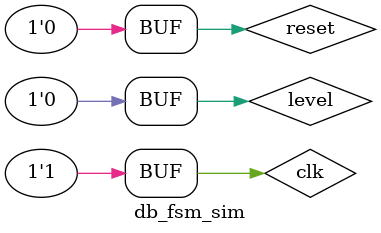
<source format=v>
`timescale 1ns / 1ps


module db_fsm_sim();

    reg clk, reset, level;
    wire db;
    
    db_fsm uut(clk, reset, level, db);
    
    initial begin
    clk = 0; level = 0; reset = 0;
    #1 reset = 1;
    #1 reset = 0;
    
    #1 clk = 0; level = 0;
    #1 clk = 1; level = 0;
    #1 clk = 0; level = 0;
    #1 clk = 1; level = 0;
    #1 clk = 0; level = 0;
    #1 clk = 1; level = 0;
    #1 clk = 0; level = 1;
    #1 clk = 1; level = 1;
    #1 clk = 0; level = 1;
    #1 clk = 1; level = 1;
    #1 clk = 0; level = 1;
    #1 clk = 1; level = 1;
    #1 clk = 0; level = 1;
    #1 clk = 1; level = 1;
    #1 clk = 0; level = 0;
    #1 clk = 1; level = 0;
    #1 clk = 0; level = 0;
    #1 clk = 1; level = 0;
    #1 clk = 0; level = 0;
    #1 clk = 1; level = 0;
    #1 clk = 0; level = 0;
    #1 clk = 1; level = 0;
    #1 clk = 0; level = 0;
    #1 clk = 1; level = 0;
    #1 clk = 0; level = 1;
    #1 clk = 1; level = 1;
    #1 clk = 0; level = 1;
    #1 clk = 1; level = 1;
    #1 clk = 0; level = 0;
    #1 clk = 1; level = 0;
    #1 clk = 0; level = 0;
    #1 clk = 1; level = 0;
    #1 clk = 0; level = 1;
    #1 clk = 1; level = 0;
    #1 clk = 0; level = 0;
    #1 clk = 1; level = 0;
    end
    
endmodule

</source>
